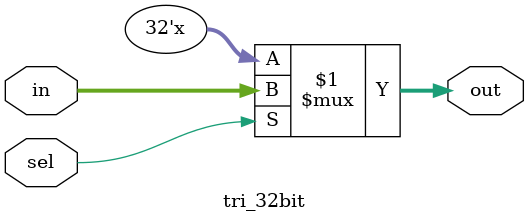
<source format=v>
module tri_32bit(out, in, sel);
	input [31:0] in;
	input sel;
	output [31:0] out;
	
	assign out = sel ? in : 32'bz;
endmodule
</source>
